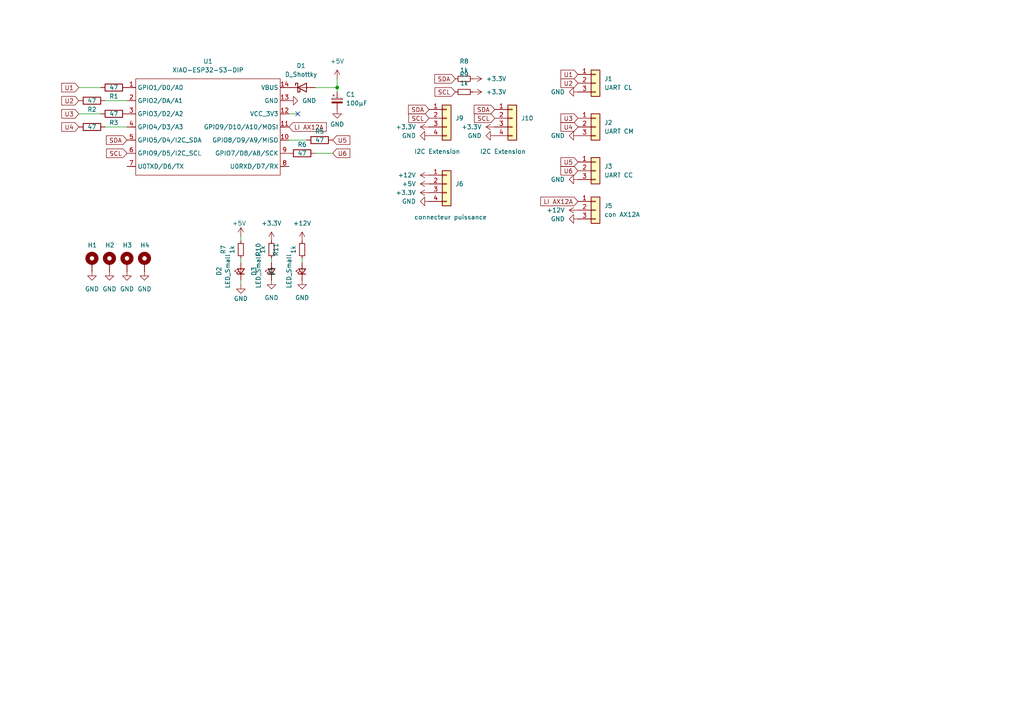
<source format=kicad_sch>
(kicad_sch (version 20250114) (generator "eeschema") (generator_version "9.0")
  (paper "A4")
  (lib_symbols
    (symbol "Connector_Generic:Conn_01x03" (pin_names (offset 1.016) (hide yes))
      (property "Reference" "J" (at 0 5.08 0))
      (property "Value" "Conn_01x03" (at 0 -5.08 0))
      (symbol "Conn_01x03_1_1"
        (rectangle (start -1.27 3.81) (end 1.27 -3.81) (stroke (width 0.254)) (fill (type background)))
        (rectangle (start -1.27 2.667) (end 0 2.413) (stroke (width 0.1524)))
        (rectangle (start -1.27 0.127) (end 0 -0.127) (stroke (width 0.1524)))
        (rectangle (start -1.27 -2.413) (end 0 -2.667) (stroke (width 0.1524)))
        (pin passive line (at -5.08 2.54 0) (length 3.81) (name "Pin_1") (number "1"))
        (pin passive line (at -5.08 0 0) (length 3.81) (name "Pin_2") (number "2"))
        (pin passive line (at -5.08 -2.54 0) (length 3.81) (name "Pin_3") (number "3"))
      )
    )
    (symbol "Connector_Generic:Conn_01x04" (pin_names (offset 1.016) (hide yes))
      (property "Reference" "J" (at 0 5.08 0))
      (property "Value" "Conn_01x04" (at 0 -7.62 0))
      (symbol "Conn_01x04_1_1"
        (rectangle (start -1.27 3.81) (end 1.27 -6.35) (stroke (width 0.254)) (fill (type background)))
        (rectangle (start -1.27 2.667) (end 0 2.413) (stroke (width 0.1524)))
        (rectangle (start -1.27 0.127) (end 0 -0.127) (stroke (width 0.1524)))
        (rectangle (start -1.27 -2.413) (end 0 -2.667) (stroke (width 0.1524)))
        (rectangle (start -1.27 -4.953) (end 0 -5.207) (stroke (width 0.1524)))
        (pin passive line (at -5.08 2.54 0) (length 3.81) (name "Pin_1") (number "1"))
        (pin passive line (at -5.08 0 0) (length 3.81) (name "Pin_2") (number "2"))
        (pin passive line (at -5.08 -2.54 0) (length 3.81) (name "Pin_3") (number "3"))
        (pin passive line (at -5.08 -5.08 0) (length 3.81) (name "Pin_4") (number "4"))
      )
    )
    (symbol "Device:C_Polarized_Small" (pin_numbers (hide yes)) (pin_names (offset 0.254) (hide yes))
      (property "Reference" "C" (at 0.254 1.778 0))
      (property "Value" "C_Polarized_Small" (at 0.254 -2.032 0))
      (symbol "C_Polarized_Small_0_1"
        (rectangle (start -1.524 0.6858) (end 1.524 0.3048))
        (rectangle (start -1.524 -0.3048) (end 1.524 -0.6858) (fill (type outline)))
        (polyline (pts (xy -1.27 1.524) (xy -0.762 1.524)))
        (polyline (pts (xy -1.016 1.27) (xy -1.016 1.778)))
      )
      (symbol "C_Polarized_Small_1_1"
        (pin passive line (at 0 2.54 270) (length 1.8542) (name "~") (number "1"))
        (pin passive line (at 0 -2.54 90) (length 1.8542) (name "~") (number "2"))
      )
    )
    (symbol "Device:LED_Small" (pin_numbers (hide yes)) (pin_names (offset 0.254) (hide yes))
      (property "Reference" "D" (at -1.27 3.175 0))
      (property "Value" "LED_Small" (at -4.445 -2.54 0))
      (symbol "LED_Small_0_1"
        (polyline (pts (xy -0.762 -1.016) (xy -0.762 1.016)) (stroke (width 0.254)))
        (polyline (pts (xy 0 0.762) (xy -0.508 1.27) (xy -0.254 1.27) (xy -0.508 1.27) (xy -0.508 1.016)))
        (polyline (pts (xy 0.508 1.27) (xy 0 1.778) (xy 0.254 1.778) (xy 0 1.778) (xy 0 1.524)))
        (polyline (pts (xy 0.762 -1.016) (xy -0.762 0) (xy 0.762 1.016) (xy 0.762 -1.016)) (stroke (width 0.254)))
        (polyline (pts (xy 1.016 0) (xy -0.762 0)))
      )
      (symbol "LED_Small_1_1"
        (pin passive line (at -2.54 0 0) (length 1.778) (name "K") (number "1"))
        (pin passive line (at 2.54 0 180) (length 1.778) (name "A") (number "2"))
      )
    )
    (symbol "Device:R" (pin_numbers (hide yes)) (pin_names (offset 0))
      (property "Reference" "R" (at 2.032 0 90))
      (property "Value" "R" (at 0 0 90))
      (symbol "R_0_1"
        (rectangle (start -1.016 -2.54) (end 1.016 2.54) (stroke (width 0.254)))
      )
      (symbol "R_1_1"
        (pin passive line (at 0 3.81 270) (length 1.27) (name "~") (number "1"))
        (pin passive line (at 0 -3.81 90) (length 1.27) (name "~") (number "2"))
      )
    )
    (symbol "Device:R_Small" (pin_numbers (hide yes)) (pin_names (offset 0.254) (hide yes))
      (property "Reference" "R" (at 0.762 0.508 0))
      (property "Value" "R_Small" (at 0.762 -1.016 0))
      (symbol "R_Small_0_1"
        (rectangle (start -0.762 1.778) (end 0.762 -1.778) (stroke (width 0.2032)))
      )
      (symbol "R_Small_1_1"
        (pin passive line (at 0 2.54 270) (length 0.762) (name "~") (number "1"))
        (pin passive line (at 0 -2.54 90) (length 0.762) (name "~") (number "2"))
      )
    )
    (symbol "Diode:SB120" (pin_numbers (hide yes)) (pin_names (offset 1.016) (hide yes))
      (property "Reference" "D" (at 0 2.54 0))
      (property "Value" "SB120" (at 0 -2.54 0))
      (symbol "SB120_0_1"
        (polyline (pts (xy -1.905 0.635) (xy -1.905 1.27) (xy -1.27 1.27) (xy -1.27 -1.27) (xy -0.635 -1.27) (xy -0.635 -0.635)) (stroke (width 0.254)))
        (polyline (pts (xy 1.27 1.27) (xy 1.27 -1.27) (xy -1.27 0) (xy 1.27 1.27)) (stroke (width 0.254)))
        (polyline (pts (xy 1.27 0) (xy -1.27 0)))
      )
      (symbol "SB120_1_1"
        (pin passive line (at -3.81 0 0) (length 2.54) (name "K") (number "1"))
        (pin passive line (at 3.81 0 180) (length 2.54) (name "A") (number "2"))
      )
    )
    (symbol "Mechanical:MountingHole_Pad" (pin_numbers (hide yes)) (pin_names (offset 1.016) (hide yes)) (exclude_from_sim yes) (in_bom no)
      (property "Reference" "H" (at 0 6.35 0))
      (property "Value" "MountingHole_Pad" (at 0 4.445 0))
      (symbol "MountingHole_Pad_0_1"
        (circle (center 0 1.27) (radius 1.27) (stroke (width 1.27)))
      )
      (symbol "MountingHole_Pad_1_1"
        (pin input line (at 0 -2.54 90) (length 2.54) (name "1") (number "1"))
      )
    )
    (symbol "Seeed_Studio_XIAO_Series:XIAO-ESP32-S3-DIP"
      (property "Reference" "U" (at 1.27 0.508 0))
      (property "Value" "XIAO-ESP32-S3-DIP" (at 9.652 -1.778 0))
      (symbol "XIAO-ESP32-S3-DIP_1_0"
        (polyline (pts (xy 0 -2.54) (xy 41.91 -2.54)) (stroke (width 0.1524)))
        (polyline (pts (xy 0 -5.08) (xy -1.27 -5.08)) (stroke (width 0.1524)))
        (polyline (pts (xy 0 -5.08) (xy 0 -2.54)) (stroke (width 0.1524)))
        (polyline (pts (xy 0 -8.89) (xy -1.27 -8.89)) (stroke (width 0.1524)))
        (polyline (pts (xy 0 -8.89) (xy 0 -5.08)) (stroke (width 0.1524)))
        (polyline (pts (xy 0 -12.7) (xy -1.27 -12.7)) (stroke (width 0.1524)))
        (polyline (pts (xy 0 -12.7) (xy 0 -8.89)) (stroke (width 0.1524)))
        (polyline (pts (xy 0 -16.51) (xy -1.27 -16.51)) (stroke (width 0.1524)))
        (polyline (pts (xy 0 -16.51) (xy 0 -12.7)) (stroke (width 0.1524)))
        (polyline (pts (xy 0 -20.32) (xy -1.27 -20.32)) (stroke (width 0.1524)))
        (polyline (pts (xy 0 -24.13) (xy -1.27 -24.13)) (stroke (width 0.1524)))
        (polyline (pts (xy 0 -27.94) (xy -1.27 -27.94)) (stroke (width 0.1524)))
        (polyline (pts (xy 0 -30.48) (xy 0 -16.51)) (stroke (width 0.1524)))
        (polyline (pts (xy 41.91 -2.54) (xy 41.91 -5.08)) (stroke (width 0.1524)))
        (polyline (pts (xy 41.91 -5.08) (xy 41.91 -8.89)) (stroke (width 0.1524)))
        (polyline (pts (xy 41.91 -8.89) (xy 41.91 -12.7)) (stroke (width 0.1524)))
        (polyline (pts (xy 41.91 -12.7) (xy 41.91 -30.48)) (stroke (width 0.1524)))
        (polyline (pts (xy 41.91 -30.48) (xy 0 -30.48)) (stroke (width 0.1524)))
        (polyline (pts (xy 43.18 -5.08) (xy 41.91 -5.08)) (stroke (width 0.1524)))
        (polyline (pts (xy 43.18 -8.89) (xy 41.91 -8.89)) (stroke (width 0.1524)))
        (polyline (pts (xy 43.18 -12.7) (xy 41.91 -12.7)) (stroke (width 0.1524)))
        (polyline (pts (xy 43.18 -16.51) (xy 41.91 -16.51)) (stroke (width 0.1524)))
        (polyline (pts (xy 43.18 -20.32) (xy 41.91 -20.32)) (stroke (width 0.1524)))
        (polyline (pts (xy 43.18 -24.13) (xy 41.91 -24.13)) (stroke (width 0.1524)))
        (polyline (pts (xy 43.18 -27.94) (xy 41.91 -27.94)) (stroke (width 0.1524)))
        (pin passive line (at -2.54 -5.08 0) (length 2.54) (name "GPIO1/D0/A0") (number "1"))
        (pin passive line (at -2.54 -8.89 0) (length 2.54) (name "GPIO2/DA/A1") (number "2"))
        (pin passive line (at -2.54 -12.7 0) (length 2.54) (name "GPIO3/D2/A2") (number "3"))
        (pin passive line (at -2.54 -16.51 0) (length 2.54) (name "GPIO4/D3/A3") (number "4"))
        (pin passive line (at -2.54 -20.32 0) (length 2.54) (name "GPIO5/D4/I2C_SDA") (number "5"))
        (pin passive line (at -2.54 -24.13 0) (length 2.54) (name "GPIO9/D5/I2C_SCL") (number "6"))
        (pin passive line (at -2.54 -27.94 0) (length 2.54) (name "U0TXD/D6/TX") (number "7"))
        (pin passive line (at 44.45 -5.08 180) (length 2.54) (name "VBUS") (number "14"))
        (pin passive line (at 44.45 -8.89 180) (length 2.54) (name "GND") (number "13"))
        (pin passive line (at 44.45 -12.7 180) (length 2.54) (name "VCC_3V3") (number "12"))
        (pin passive line (at 44.45 -16.51 180) (length 2.54) (name "GPIO9/D10/A10/MOSI") (number "11"))
        (pin passive line (at 44.45 -20.32 180) (length 2.54) (name "GPIO8/D9/A9/MISO") (number "10"))
        (pin passive line (at 44.45 -24.13 180) (length 2.54) (name "GPIO7/D8/A8/SCK") (number "9"))
        (pin passive line (at 44.45 -27.94 180) (length 2.54) (name "U0RXD/D7/RX") (number "8"))
      )
    )
    (symbol "power:+12V" (power) (pin_numbers (hide yes)) (pin_names (offset 0) (hide yes))
      (property "Value" "+12V" (at 0 3.556 0))
      (symbol "+12V_0_1"
        (polyline (pts (xy -0.762 1.27) (xy 0 2.54)))
        (polyline (pts (xy 0 2.54) (xy 0.762 1.27)))
        (polyline (pts (xy 0 0) (xy 0 2.54)))
      )
      (symbol "+12V_1_1"
        (pin power_in line (at 0 0 90) (length 0) (name "~") (number "1"))
      )
    )
    (symbol "power:+3.3V" (power) (pin_numbers (hide yes)) (pin_names (offset 0) (hide yes))
      (property "Value" "+3.3V" (at 0 3.556 0))
      (symbol "+3.3V_0_1"
        (polyline (pts (xy -0.762 1.27) (xy 0 2.54)))
        (polyline (pts (xy 0 2.54) (xy 0.762 1.27)))
        (polyline (pts (xy 0 0) (xy 0 2.54)))
      )
      (symbol "+3.3V_1_1"
        (pin power_in line (at 0 0 90) (length 0) (name "~") (number "1"))
      )
    )
    (symbol "power:+5V" (power) (pin_numbers (hide yes)) (pin_names (offset 0) (hide yes))
      (property "Value" "+5V" (at 0 3.556 0))
      (symbol "+5V_0_1"
        (polyline (pts (xy -0.762 1.27) (xy 0 2.54)))
        (polyline (pts (xy 0 2.54) (xy 0.762 1.27)))
        (polyline (pts (xy 0 0) (xy 0 2.54)))
      )
      (symbol "+5V_1_1"
        (pin power_in line (at 0 0 90) (length 0) (name "~") (number "1"))
      )
    )
    (symbol "power:GND" (power) (pin_numbers (hide yes)) (pin_names (offset 0) (hide yes))
      (property "Value" "GND" (at 0 -3.81 0))
      (symbol "GND_0_1"
        (polyline (pts (xy 0 0) (xy 0 -1.27) (xy 1.27 -1.27) (xy 0 -2.54) (xy -1.27 -1.27) (xy 0 -1.27)))
      )
      (symbol "GND_1_1"
        (pin power_in line (at 0 0 270) (length 0) (name "~") (number "1"))
      )
    )
  )
  (junction (at 97.79 25.4))
  (no_connect (at 86.36 33.02))
  (wire (pts (xy 78.74 76.2) (xy 78.74 74.93)))
  (wire (pts (xy 91.44 44.45) (xy 96.52 44.45)))
  (wire (pts (xy 86.36 33.02) (xy 83.82 33.02)))
  (wire (pts (xy 88.9 40.64) (xy 83.82 40.64)))
  (wire (pts (xy 97.79 25.4) (xy 97.79 22.86)))
  (wire (pts (xy 22.86 33.02) (xy 29.21 33.02)))
  (wire (pts (xy 69.85 74.93) (xy 69.85 76.2)))
  (wire (pts (xy 87.63 76.2) (xy 87.63 74.93)))
  (wire (pts (xy 97.79 25.4) (xy 97.79 26.67)))
  (wire (pts (xy 22.86 25.4) (xy 29.21 25.4)))
  (wire (pts (xy 91.44 25.4) (xy 97.79 25.4)))
  (wire (pts (xy 69.85 81.28) (xy 69.85 82.55)))
  (wire (pts (xy 30.48 29.21) (xy 36.83 29.21)))
  (wire (pts (xy 30.48 36.83) (xy 36.83 36.83)))
  (wire (pts (xy 69.85 68.58) (xy 69.85 69.85)))
  (global_label "SCL" (shape input) (at 132.08 26.67 180) (property "Intersheetrefs" "${INTERSHEET_REFS}" (effects (hide yes))))
  (global_label "LI AX12A" (shape input) (at 167.64 58.42 180) (property "Intersheetrefs" "${INTERSHEET_REFS}" (effects (hide yes))))
  (global_label "U6" (shape input) (at 96.52 44.45 0) (property "Intersheetrefs" "${INTERSHEET_REFS}" (effects (hide yes))))
  (global_label "U5" (shape input) (at 167.64 46.99 180) (property "Intersheetrefs" "${INTERSHEET_REFS}" (effects (hide yes))))
  (global_label "U1" (shape input) (at 167.64 21.59 180) (property "Intersheetrefs" "${INTERSHEET_REFS}" (effects (hide yes))))
  (global_label "U3" (shape input) (at 167.64 34.29 180) (property "Intersheetrefs" "${INTERSHEET_REFS}" (effects (hide yes))))
  (global_label "U4" (shape input) (at 167.64 36.83 180) (property "Intersheetrefs" "${INTERSHEET_REFS}" (effects (hide yes))))
  (global_label "SDA" (shape input) (at 36.83 40.64 180) (property "Intersheetrefs" "${INTERSHEET_REFS}" (effects (hide yes))))
  (global_label "SDA" (shape input) (at 124.46 31.75 180) (property "Intersheetrefs" "${INTERSHEET_REFS}" (effects (hide yes))))
  (global_label "SDA" (shape input) (at 132.08 22.86 180) (property "Intersheetrefs" "${INTERSHEET_REFS}" (effects (hide yes))))
  (global_label "LI AX12A" (shape input) (at 83.82 36.83 0) (property "Intersheetrefs" "${INTERSHEET_REFS}" (effects (hide yes))))
  (global_label "U3" (shape input) (at 22.86 33.02 180) (property "Intersheetrefs" "${INTERSHEET_REFS}" (effects (hide yes))))
  (global_label "SDA" (shape input) (at 143.51 31.75 180) (property "Intersheetrefs" "${INTERSHEET_REFS}" (effects (hide yes))))
  (global_label "U2" (shape input) (at 167.64 24.13 180) (property "Intersheetrefs" "${INTERSHEET_REFS}" (effects (hide yes))))
  (global_label "U1" (shape input) (at 22.86 25.4 180) (property "Intersheetrefs" "${INTERSHEET_REFS}" (effects (hide yes))))
  (global_label "U6" (shape input) (at 167.64 49.53 180) (property "Intersheetrefs" "${INTERSHEET_REFS}" (effects (hide yes))))
  (global_label "U5" (shape input) (at 96.52 40.64 0) (property "Intersheetrefs" "${INTERSHEET_REFS}" (effects (hide yes))))
  (global_label "U4" (shape input) (at 22.86 36.83 180) (property "Intersheetrefs" "${INTERSHEET_REFS}" (effects (hide yes))))
  (global_label "U2" (shape input) (at 22.86 29.21 180) (property "Intersheetrefs" "${INTERSHEET_REFS}" (effects (hide yes))))
  (global_label "SCL" (shape input) (at 36.83 44.45 180) (property "Intersheetrefs" "${INTERSHEET_REFS}" (effects (hide yes))))
  (global_label "SCL" (shape input) (at 143.51 34.29 180) (property "Intersheetrefs" "${INTERSHEET_REFS}" (effects (hide yes))))
  (global_label "SCL" (shape input) (at 124.46 34.29 180) (property "Intersheetrefs" "${INTERSHEET_REFS}" (effects (hide yes))))
  (symbol (lib_id "power:GND") (at 83.82 29.21 90) (unit 1)
    (property "Reference" "#PWR01" (effects (hide yes)))
    (property "Value" "GND" (at 87.63 29.2099 90) (effects (justify right)))
    (property "Description" "Power symbol creates a global label with name \"GND\" , ground" (effects (hide yes)))
  )
  (symbol (lib_id "Device:R") (at 87.63 44.45 90) (unit 1)
    (property "Reference" "R6" (at 87.63 41.91 90))
    (property "Value" "47" (at 87.63 44.45 90))
    (property "Footprint" "Resistor_SMD:R_1206_3216Metric_Pad1.30x1.75mm_HandSolder" (effects (hide yes)))
    (property "Description" "Resistor" (effects (hide yes)))
  )
  (symbol (lib_id "Device:R") (at 33.02 33.02 90) (unit 1)
    (property "Reference" "R3" (at 33.02 35.56 90))
    (property "Value" "47" (at 33.02 33.02 90))
    (property "Footprint" "Resistor_SMD:R_1206_3216Metric_Pad1.30x1.75mm_HandSolder" (effects (hide yes)))
    (property "Description" "Resistor" (effects (hide yes)))
  )
  (symbol (lib_id "Device:R_Small") (at 87.63 72.39 0) (unit 1)
    (property "Reference" "R11" (at 80.01 72.39 90))
    (property "Value" "1k" (at 85.09 72.39 90))
    (property "Footprint" "Resistor_SMD:R_1206_3216Metric_Pad1.30x1.75mm_HandSolder" (effects (hide yes)))
    (property "Description" "Resistor, small symbol" (effects (hide yes)))
  )
  (symbol (lib_id "power:GND") (at 167.64 39.37 270) (unit 1)
    (property "Reference" "#PWR03" (effects (hide yes)))
    (property "Value" "GND" (at 163.83 39.3699 90) (effects (justify right)))
    (property "Description" "Power symbol creates a global label with name \"GND\" , ground" (effects (hide yes)))
  )
  (symbol (lib_id "Device:R_Small") (at 134.62 22.86 90) (unit 1)
    (property "Reference" "R8" (at 134.62 17.78 90))
    (property "Value" "1k" (at 134.62 20.32 90))
    (property "Footprint" "Resistor_SMD:R_1206_3216Metric_Pad1.30x1.75mm_HandSolder" (effects (hide yes)))
    (property "Description" "Resistor, small symbol" (effects (hide yes)))
  )
  (symbol (lib_id "Mechanical:MountingHole_Pad") (at 31.75 76.2 0) (unit 1)
    (property "Reference" "H2" (at 30.48 71.12 0) (effects (justify left)))
    (property "Value" "MountingHole_Pad" (effects (hide yes)))
    (property "Footprint" "MountingHole:MountingHole_3.2mm_M3_Pad_Via" (effects (hide yes)))
    (property "Description" "Mounting Hole with connection" (effects (hide yes)))
  )
  (symbol (lib_id "Connector_Generic:Conn_01x03") (at 172.72 24.13 0) (unit 1)
    (property "Reference" "J1" (at 175.26 22.8599 0) (effects (justify left)))
    (property "Value" "UART CL" (at 175.26 25.3999 0) (effects (justify left)))
    (property "Footprint" "Connector_Molex:Molex_KK-254_AE-6410-03A_1x03_P2.54mm_Vertical" (effects (hide yes)))
    (property "Description" "Generic connector, single row, 01x03, script generated (kicad-library-utils/schlib/autogen/connector/)" (effects (hide yes)))
  )
  (symbol (lib_id "power:GND") (at 26.67 78.74 0) (unit 1)
    (property "Reference" "#PWR07" (effects (hide yes)))
    (property "Value" "GND" (at 26.67 83.82 0))
    (property "Description" "Power symbol creates a global label with name \"GND\" , ground" (effects (hide yes)))
  )
  (symbol (lib_id "Device:R_Small") (at 69.85 72.39 0) (unit 1)
    (property "Reference" "R7" (at 64.77 72.39 90))
    (property "Value" "1k" (at 67.31 72.39 90))
    (property "Footprint" "Resistor_SMD:R_1206_3216Metric_Pad1.30x1.75mm_HandSolder" (effects (hide yes)))
    (property "Description" "Resistor, small symbol" (effects (hide yes)))
  )
  (symbol (lib_id "Connector_Generic:Conn_01x04") (at 129.54 53.34 0) (unit 1)
    (property "Reference" "J6" (at 132.08 53.3399 0) (effects (justify left)))
    (property "Value" "connecteur puissance" (at 120.142 62.992 0) (effects (justify left)))
    (property "Footprint" "Connector_Molex:Molex_KK-254_AE-6410-04A_1x04_P2.54mm_Vertical" (effects (hide yes)))
    (property "Description" "Generic connector, single row, 01x04, script generated (kicad-library-utils/schlib/autogen/connector/)" (effects (hide yes)))
  )
  (symbol (lib_id "Device:LED_Small") (at 87.63 78.74 90) (unit 1)
    (property "Reference" "D4" (at 78.74 78.6765 0))
    (property "Value" "LED_Small" (at 83.82 78.6765 0))
    (property "Footprint" "LED_SMD:LED_1206_3216Metric" (effects (hide yes)))
    (property "Description" "Light emitting diode, small symbol" (effects (hide yes)))
    (property "Sim.Pin" "1=K 2=A" (effects (hide yes)))
  )
  (symbol (lib_id "Device:R") (at 26.67 36.83 90) (unit 1)
    (property "Reference" "R4" (effects (hide yes)))
    (property "Value" "47" (at 26.67 36.83 90))
    (property "Footprint" "Resistor_SMD:R_1206_3216Metric_Pad1.30x1.75mm_HandSolder" (effects (hide yes)))
    (property "Description" "Resistor" (effects (hide yes)))
  )
  (symbol (lib_id "power:+3.3V") (at 124.46 55.88 90) (unit 1)
    (property "Reference" "#PWR013" (effects (hide yes)))
    (property "Value" "+3.3V" (at 120.65 55.8799 90) (effects (justify left)))
    (property "Description" "Power symbol creates a global label with name \"+3.3V\"" (effects (hide yes)))
  )
  (symbol (lib_id "power:GND") (at 124.46 39.37 270) (unit 1)
    (property "Reference" "#PWR042" (effects (hide yes)))
    (property "Value" "GND" (at 120.65 39.3699 90) (effects (justify right)))
    (property "Description" "Power symbol creates a global label with name \"GND\" , ground" (effects (hide yes)))
  )
  (symbol (lib_id "power:GND") (at 167.64 52.07 270) (unit 1)
    (property "Reference" "#PWR04" (effects (hide yes)))
    (property "Value" "GND" (at 163.83 52.0699 90) (effects (justify right)))
    (property "Description" "Power symbol creates a global label with name \"GND\" , ground" (effects (hide yes)))
  )
  (symbol (lib_id "Connector_Generic:Conn_01x04") (at 148.59 34.29 0) (unit 1)
    (property "Reference" "J10" (at 151.13 34.2899 0) (effects (justify left)))
    (property "Value" "I2C Extension" (at 139.192 43.942 0) (effects (justify left)))
    (property "Footprint" "Connector_Molex:Molex_KK-254_AE-6410-04A_1x04_P2.54mm_Vertical" (effects (hide yes)))
    (property "Description" "Generic connector, single row, 01x04, script generated (kicad-library-utils/schlib/autogen/connector/)" (effects (hide yes)))
  )
  (symbol (lib_id "power:GND") (at 69.85 82.55 0) (unit 1)
    (property "Reference" "#PWR033" (effects (hide yes)))
    (property "Value" "GND" (at 69.85 86.614 0))
    (property "Description" "Power symbol creates a global label with name \"GND\" , ground" (effects (hide yes)))
  )
  (symbol (lib_id "Mechanical:MountingHole_Pad") (at 36.83 76.2 0) (unit 1)
    (property "Reference" "H3" (at 35.56 71.12 0) (effects (justify left)))
    (property "Value" "MountingHole_Pad" (effects (hide yes)))
    (property "Footprint" "MountingHole:MountingHole_3.2mm_M3_Pad_Via" (effects (hide yes)))
    (property "Description" "Mounting Hole with connection" (effects (hide yes)))
  )
  (symbol (lib_id "power:+5V") (at 69.85 68.58 0) (unit 1)
    (property "Reference" "#PWR031" (effects (hide yes)))
    (property "Value" "+5V" (at 67.31 64.77 0) (effects (justify left)))
    (property "Description" "Power symbol creates a global label with name \"+5V\"" (effects (hide yes)))
  )
  (symbol (lib_id "Mechanical:MountingHole_Pad") (at 26.67 76.2 0) (unit 1)
    (property "Reference" "H1" (at 25.4 71.12 0) (effects (justify left)))
    (property "Value" "MountingHole_Pad" (effects (hide yes)))
    (property "Footprint" "MountingHole:MountingHole_3.2mm_M3_Pad_Via" (effects (hide yes)))
    (property "Description" "Mounting Hole with connection" (effects (hide yes)))
  )
  (symbol (lib_id "power:+12V") (at 167.64 60.96 90) (unit 1)
    (property "Reference" "#PWR09" (effects (hide yes)))
    (property "Value" "+12V" (at 163.83 60.9599 90) (effects (justify left)))
    (property "Description" "Power symbol creates a global label with name \"+12V\"" (effects (hide yes)))
  )
  (symbol (lib_id "power:GND") (at 167.64 26.67 270) (unit 1)
    (property "Reference" "#PWR02" (effects (hide yes)))
    (property "Value" "GND" (at 163.83 26.6699 90) (effects (justify right)))
    (property "Description" "Power symbol creates a global label with name \"GND\" , ground" (effects (hide yes)))
  )
  (symbol (lib_id "power:GND") (at 124.46 58.42 270) (unit 1)
    (property "Reference" "#PWR015" (effects (hide yes)))
    (property "Value" "GND" (at 120.65 58.4199 90) (effects (justify right)))
    (property "Description" "Power symbol creates a global label with name \"GND\" , ground" (effects (hide yes)))
  )
  (symbol (lib_id "Device:R_Small") (at 134.62 26.67 90) (unit 1)
    (property "Reference" "R9" (at 134.62 21.59 90))
    (property "Value" "1k" (at 134.62 24.13 90))
    (property "Footprint" "Resistor_SMD:R_1206_3216Metric_Pad1.30x1.75mm_HandSolder" (effects (hide yes)))
    (property "Description" "Resistor, small symbol" (effects (hide yes)))
  )
  (symbol (lib_id "Device:R") (at 92.71 40.64 270) (unit 1)
    (property "Reference" "R5" (at 92.71 38.1 90))
    (property "Value" "47" (at 92.71 40.64 90))
    (property "Footprint" "Resistor_SMD:R_1206_3216Metric_Pad1.30x1.75mm_HandSolder" (effects (hide yes)))
    (property "Description" "Resistor" (effects (hide yes)))
  )
  (symbol (lib_id "power:+3.3V") (at 124.46 36.83 90) (unit 1)
    (property "Reference" "#PWR041" (effects (hide yes)))
    (property "Value" "+3.3V" (at 120.65 36.8299 90) (effects (justify left)))
    (property "Description" "Power symbol creates a global label with name \"+3.3V\"" (effects (hide yes)))
  )
  (symbol (lib_id "power:GND") (at 78.74 81.28 0) (unit 1)
    (property "Reference" "#PWR034" (effects (hide yes)))
    (property "Value" "GND" (at 78.74 86.36 0))
    (property "Description" "Power symbol creates a global label with name \"GND\" , ground" (effects (hide yes)))
  )
  (symbol (lib_id "Connector_Generic:Conn_01x03") (at 172.72 49.53 0) (unit 1)
    (property "Reference" "J3" (at 175.26 48.2599 0) (effects (justify left)))
    (property "Value" "UART CC" (at 175.26 50.7999 0) (effects (justify left)))
    (property "Footprint" "Connector_Molex:Molex_KK-254_AE-6410-03A_1x03_P2.54mm_Vertical" (effects (hide yes)))
    (property "Description" "Generic connector, single row, 01x03, script generated (kicad-library-utils/schlib/autogen/connector/)" (effects (hide yes)))
  )
  (symbol (lib_id "Mechanical:MountingHole_Pad") (at 41.91 76.2 0) (unit 1)
    (property "Reference" "H4" (at 40.64 71.12 0) (effects (justify left)))
    (property "Value" "MountingHole_Pad" (effects (hide yes)))
    (property "Footprint" "MountingHole:MountingHole_3.2mm_M3_Pad_Via" (effects (hide yes)))
    (property "Description" "Mounting Hole with connection" (effects (hide yes)))
  )
  (symbol (lib_id "power:GND") (at 41.91 78.74 0) (unit 1)
    (property "Reference" "#PWR08" (effects (hide yes)))
    (property "Value" "GND" (at 41.91 83.82 0))
    (property "Description" "Power symbol creates a global label with name \"GND\" , ground" (effects (hide yes)))
  )
  (symbol (lib_id "Device:C_Polarized_Small") (at 97.79 29.21 0) (unit 1)
    (property "Reference" "C1" (at 100.33 27.3938 0) (effects (justify left)))
    (property "Value" "100µF" (at 100.33 29.9338 0) (effects (justify left)))
    (property "Footprint" "Capacitor_THT:CP_Radial_D10.0mm_P5.00mm" (effects (hide yes)))
    (property "Description" "Polarized capacitor, small symbol" (effects (hide yes)))
  )
  (symbol (lib_id "power:+12V") (at 87.63 69.85 0) (unit 1)
    (property "Reference" "#PWR011" (effects (hide yes)))
    (property "Value" "+12V" (at 87.63 64.77 0))
    (property "Description" "Power symbol creates a global label with name \"+12V\"" (effects (hide yes)))
  )
  (symbol (lib_id "Device:LED_Small") (at 69.85 78.74 90) (unit 1)
    (property "Reference" "D2" (at 63.5 78.6765 0))
    (property "Value" "LED_Small" (at 66.04 78.6765 0))
    (property "Footprint" "LED_SMD:LED_1206_3216Metric" (effects (hide yes)))
    (property "Description" "Light emitting diode, small symbol" (effects (hide yes)))
    (property "Sim.Pin" "1=K 2=A" (effects (hide yes)))
  )
  (symbol (lib_id "power:GND") (at 167.64 63.5 270) (unit 1)
    (property "Reference" "#PWR010" (effects (hide yes)))
    (property "Value" "GND" (at 163.83 63.4999 90) (effects (justify right)))
    (property "Description" "Power symbol creates a global label with name \"GND\" , ground" (effects (hide yes)))
  )
  (symbol (lib_id "Seeed_Studio_XIAO_Series:XIAO-ESP32-S3-DIP") (at 39.37 20.32 0) (unit 1)
    (property "Reference" "U1" (at 60.325 17.78 0))
    (property "Value" "XIAO-ESP32-S3-DIP" (at 60.325 20.32 0))
    (property "Footprint" "Module:MOUDLE14P-XIAO-DIP-SMD" (effects (hide yes)))
  )
  (symbol (lib_id "power:+3.3V") (at 143.51 36.83 90) (unit 1)
    (property "Reference" "#PWR043" (effects (hide yes)))
    (property "Value" "+3.3V" (at 139.7 36.8299 90) (effects (justify left)))
    (property "Description" "Power symbol creates a global label with name \"+3.3V\"" (effects (hide yes)))
  )
  (symbol (lib_id "Connector_Generic:Conn_01x04") (at 129.54 34.29 0) (unit 1)
    (property "Reference" "J9" (at 132.08 34.2899 0) (effects (justify left)))
    (property "Value" "I2C Extension" (at 120.142 43.942 0) (effects (justify left)))
    (property "Footprint" "Connector_Molex:Molex_KK-254_AE-6410-04A_1x04_P2.54mm_Vertical" (effects (hide yes)))
    (property "Description" "Generic connector, single row, 01x04, script generated (kicad-library-utils/schlib/autogen/connector/)" (effects (hide yes)))
  )
  (symbol (lib_id "Device:R") (at 26.67 29.21 90) (unit 1)
    (property "Reference" "R2" (at 26.67 31.75 90))
    (property "Value" "47" (at 26.67 29.21 90))
    (property "Footprint" "Resistor_SMD:R_1206_3216Metric_Pad1.30x1.75mm_HandSolder" (effects (hide yes)))
    (property "Description" "Resistor" (effects (hide yes)))
  )
  (symbol (lib_id "Diode:SB120") (at 87.63 25.4 0) (unit 1)
    (property "Reference" "D1" (at 87.3125 19.05 0))
    (property "Value" "D_Shottky" (at 87.3125 21.59 0))
    (property "Footprint" "Diode_THT:D_DO-41_SOD81_P10.16mm_Horizontal" (effects (hide yes)))
    (property "Datasheet" "http://www.diodes.com/_files/datasheets/ds23022.pdf" (effects (hide yes)))
    (property "Description" "20V 1A Schottky Barrier Rectifier Diode, DO-41" (effects (hide yes)))
  )
  (symbol (lib_id "Device:LED_Small") (at 78.74 78.74 90) (unit 1)
    (property "Reference" "D3" (at 73.66 78.6765 0))
    (property "Value" "LED_Small" (at 74.93 78.6765 0))
    (property "Footprint" "LED_SMD:LED_1206_3216Metric" (effects (hide yes)))
    (property "Description" "Light emitting diode, small symbol" (effects (hide yes)))
    (property "Sim.Pin" "1=K 2=A" (effects (hide yes)))
  )
  (symbol (lib_id "power:+12V") (at 124.46 50.8 90) (unit 1)
    (property "Reference" "#PWR014" (effects (hide yes)))
    (property "Value" "+12V" (at 120.65 50.7999 90) (effects (justify left)))
    (property "Description" "Power symbol creates a global label with name \"+12V\"" (effects (hide yes)))
  )
  (symbol (lib_id "power:GND") (at 31.75 78.74 0) (unit 1)
    (property "Reference" "#PWR028" (effects (hide yes)))
    (property "Value" "GND" (at 31.75 83.82 0))
    (property "Description" "Power symbol creates a global label with name \"GND\" , ground" (effects (hide yes)))
  )
  (symbol (lib_id "power:GND") (at 36.83 78.74 0) (unit 1)
    (property "Reference" "#PWR029" (effects (hide yes)))
    (property "Value" "GND" (at 36.83 83.82 0))
    (property "Description" "Power symbol creates a global label with name \"GND\" , ground" (effects (hide yes)))
  )
  (symbol (lib_id "power:+3.3V") (at 137.16 22.86 270) (unit 1)
    (property "Reference" "#PWR048" (effects (hide yes)))
    (property "Value" "+3.3V" (at 140.97 22.8599 90) (effects (justify left)))
    (property "Description" "Power symbol creates a global label with name \"+3.3V\"" (effects (hide yes)))
  )
  (symbol (lib_id "power:GND") (at 97.79 31.75 0) (unit 1)
    (property "Reference" "#PWR06" (effects (hide yes)))
    (property "Value" "GND" (at 97.79 36.068 0))
    (property "Description" "Power symbol creates a global label with name \"GND\" , ground" (effects (hide yes)))
  )
  (symbol (lib_id "power:+5V") (at 124.46 53.34 90) (unit 1)
    (property "Reference" "#PWR012" (effects (hide yes)))
    (property "Value" "+5V" (at 120.65 53.34 90) (effects (justify left)))
    (property "Description" "Power symbol creates a global label with name \"+5V\"" (effects (hide yes)))
  )
  (symbol (lib_id "Connector_Generic:Conn_01x03") (at 172.72 36.83 0) (unit 1)
    (property "Reference" "J2" (at 175.26 35.5599 0) (effects (justify left)))
    (property "Value" "UART CM" (at 175.26 38.0999 0) (effects (justify left)))
    (property "Footprint" "Connector_Molex:Molex_KK-254_AE-6410-03A_1x03_P2.54mm_Vertical" (effects (hide yes)))
    (property "Description" "Generic connector, single row, 01x03, script generated (kicad-library-utils/schlib/autogen/connector/)" (effects (hide yes)))
  )
  (symbol (lib_id "Connector_Generic:Conn_01x03") (at 172.72 60.96 0) (unit 1)
    (property "Reference" "J5" (at 175.26 59.6899 0) (effects (justify left)))
    (property "Value" "con AX12A" (at 175.26 62.2299 0) (effects (justify left)))
    (property "Footprint" "Connector_Molex:Molex_KK-254_AE-6410-03A_1x03_P2.54mm_Vertical" (effects (hide yes)))
    (property "Description" "Generic connector, single row, 01x03, script generated (kicad-library-utils/schlib/autogen/connector/)" (effects (hide yes)))
  )
  (symbol (lib_id "Device:R_Small") (at 78.74 72.39 0) (unit 1)
    (property "Reference" "R10" (at 74.93 72.39 90))
    (property "Value" "1k" (at 76.2 72.39 90))
    (property "Footprint" "Resistor_SMD:R_1206_3216Metric_Pad1.30x1.75mm_HandSolder" (effects (hide yes)))
    (property "Description" "Resistor, small symbol" (effects (hide yes)))
  )
  (symbol (lib_id "power:+5V") (at 97.79 22.86 0) (unit 1)
    (property "Reference" "#PWR05" (effects (hide yes)))
    (property "Value" "+5V" (at 97.79 17.78 0))
    (property "Description" "Power symbol creates a global label with name \"+5V\"" (effects (hide yes)))
  )
  (symbol (lib_id "power:+3.3V") (at 137.16 26.67 270) (unit 1)
    (property "Reference" "#PWR049" (effects (hide yes)))
    (property "Value" "+3.3V" (at 140.97 26.6699 90) (effects (justify left)))
    (property "Description" "Power symbol creates a global label with name \"+3.3V\"" (effects (hide yes)))
  )
  (symbol (lib_id "Device:R") (at 33.02 25.4 90) (unit 1)
    (property "Reference" "R1" (at 33.02 27.94 90))
    (property "Value" "47" (at 33.02 25.4 90))
    (property "Footprint" "Resistor_SMD:R_1206_3216Metric_Pad1.30x1.75mm_HandSolder" (effects (hide yes)))
    (property "Description" "Resistor" (effects (hide yes)))
  )
  (symbol (lib_id "power:GND") (at 87.63 81.28 0) (unit 1)
    (property "Reference" "#PWR036" (effects (hide yes)))
    (property "Value" "GND" (at 87.63 86.36 0))
    (property "Description" "Power symbol creates a global label with name \"GND\" , ground" (effects (hide yes)))
  )
  (symbol (lib_id "power:+3.3V") (at 78.74 69.85 0) (unit 1)
    (property "Reference" "#PWR032" (effects (hide yes)))
    (property "Value" "+3.3V" (at 78.74 64.77 0))
    (property "Description" "Power symbol creates a global label with name \"+3.3V\"" (effects (hide yes)))
  )
  (symbol (lib_id "power:GND") (at 143.51 39.37 270) (unit 1)
    (property "Reference" "#PWR044" (effects (hide yes)))
    (property "Value" "GND" (at 139.7 39.3699 90) (effects (justify right)))
    (property "Description" "Power symbol creates a global label with name \"GND\" , ground" (effects (hide yes)))
  )
)
</source>
